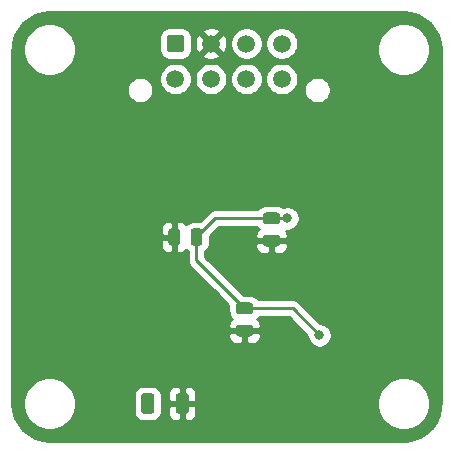
<source format=gbr>
G04 #@! TF.GenerationSoftware,KiCad,Pcbnew,(5.1.6)-1*
G04 #@! TF.CreationDate,2021-06-24T15:15:02+10:00*
G04 #@! TF.ProjectId,BSPD,42535044-2e6b-4696-9361-645f70636258,rev?*
G04 #@! TF.SameCoordinates,Original*
G04 #@! TF.FileFunction,Copper,L2,Bot*
G04 #@! TF.FilePolarity,Positive*
%FSLAX46Y46*%
G04 Gerber Fmt 4.6, Leading zero omitted, Abs format (unit mm)*
G04 Created by KiCad (PCBNEW (5.1.6)-1) date 2021-06-24 15:15:02*
%MOMM*%
%LPD*%
G01*
G04 APERTURE LIST*
G04 #@! TA.AperFunction,ComponentPad*
%ADD10C,1.500000*%
G04 #@! TD*
G04 #@! TA.AperFunction,ViaPad*
%ADD11C,0.800000*%
G04 #@! TD*
G04 #@! TA.AperFunction,Conductor*
%ADD12C,0.250000*%
G04 #@! TD*
G04 #@! TA.AperFunction,Conductor*
%ADD13C,0.254000*%
G04 #@! TD*
G04 APERTURE END LIST*
G04 #@! TA.AperFunction,SMDPad,CuDef*
G36*
G01*
X103919000Y-118946000D02*
X104869000Y-118946000D01*
G75*
G02*
X105119000Y-119196000I0J-250000D01*
G01*
X105119000Y-119696000D01*
G75*
G02*
X104869000Y-119946000I-250000J0D01*
G01*
X103919000Y-119946000D01*
G75*
G02*
X103669000Y-119696000I0J250000D01*
G01*
X103669000Y-119196000D01*
G75*
G02*
X103919000Y-118946000I250000J0D01*
G01*
G37*
G04 #@! TD.AperFunction*
G04 #@! TA.AperFunction,SMDPad,CuDef*
G36*
G01*
X103919000Y-120846000D02*
X104869000Y-120846000D01*
G75*
G02*
X105119000Y-121096000I0J-250000D01*
G01*
X105119000Y-121596000D01*
G75*
G02*
X104869000Y-121846000I-250000J0D01*
G01*
X103919000Y-121846000D01*
G75*
G02*
X103669000Y-121596000I0J250000D01*
G01*
X103669000Y-121096000D01*
G75*
G02*
X103919000Y-120846000I250000J0D01*
G01*
G37*
G04 #@! TD.AperFunction*
G04 #@! TA.AperFunction,SMDPad,CuDef*
G36*
G01*
X98544000Y-120556000D02*
X98544000Y-121506000D01*
G75*
G02*
X98294000Y-121756000I-250000J0D01*
G01*
X97794000Y-121756000D01*
G75*
G02*
X97544000Y-121506000I0J250000D01*
G01*
X97544000Y-120556000D01*
G75*
G02*
X97794000Y-120306000I250000J0D01*
G01*
X98294000Y-120306000D01*
G75*
G02*
X98544000Y-120556000I0J-250000D01*
G01*
G37*
G04 #@! TD.AperFunction*
G04 #@! TA.AperFunction,SMDPad,CuDef*
G36*
G01*
X96644000Y-120556000D02*
X96644000Y-121506000D01*
G75*
G02*
X96394000Y-121756000I-250000J0D01*
G01*
X95894000Y-121756000D01*
G75*
G02*
X95644000Y-121506000I0J250000D01*
G01*
X95644000Y-120556000D01*
G75*
G02*
X95894000Y-120306000I250000J0D01*
G01*
X96394000Y-120306000D01*
G75*
G02*
X96644000Y-120556000I0J-250000D01*
G01*
G37*
G04 #@! TD.AperFunction*
G04 #@! TA.AperFunction,SMDPad,CuDef*
G36*
G01*
X101633000Y-128466000D02*
X102583000Y-128466000D01*
G75*
G02*
X102833000Y-128716000I0J-250000D01*
G01*
X102833000Y-129216000D01*
G75*
G02*
X102583000Y-129466000I-250000J0D01*
G01*
X101633000Y-129466000D01*
G75*
G02*
X101383000Y-129216000I0J250000D01*
G01*
X101383000Y-128716000D01*
G75*
G02*
X101633000Y-128466000I250000J0D01*
G01*
G37*
G04 #@! TD.AperFunction*
G04 #@! TA.AperFunction,SMDPad,CuDef*
G36*
G01*
X101633000Y-126566000D02*
X102583000Y-126566000D01*
G75*
G02*
X102833000Y-126816000I0J-250000D01*
G01*
X102833000Y-127316000D01*
G75*
G02*
X102583000Y-127566000I-250000J0D01*
G01*
X101633000Y-127566000D01*
G75*
G02*
X101383000Y-127316000I0J250000D01*
G01*
X101383000Y-126816000D01*
G75*
G02*
X101633000Y-126566000I250000J0D01*
G01*
G37*
G04 #@! TD.AperFunction*
G04 #@! TA.AperFunction,ComponentPad*
G36*
G01*
X95516000Y-105148000D02*
X95516000Y-104148000D01*
G75*
G02*
X95766000Y-103898000I250000J0D01*
G01*
X96766000Y-103898000D01*
G75*
G02*
X97016000Y-104148000I0J-250000D01*
G01*
X97016000Y-105148000D01*
G75*
G02*
X96766000Y-105398000I-250000J0D01*
G01*
X95766000Y-105398000D01*
G75*
G02*
X95516000Y-105148000I0J250000D01*
G01*
G37*
G04 #@! TD.AperFunction*
D10*
X99266000Y-104648000D03*
X102266000Y-104648000D03*
X105266000Y-104648000D03*
X96266000Y-107648000D03*
X99266000Y-107648000D03*
X102266000Y-107648000D03*
X105266000Y-107648000D03*
G04 #@! TA.AperFunction,SMDPad,CuDef*
G36*
G01*
X96277000Y-135753001D02*
X96277000Y-134502999D01*
G75*
G02*
X96526999Y-134253000I249999J0D01*
G01*
X97152001Y-134253000D01*
G75*
G02*
X97402000Y-134502999I0J-249999D01*
G01*
X97402000Y-135753001D01*
G75*
G02*
X97152001Y-136003000I-249999J0D01*
G01*
X96526999Y-136003000D01*
G75*
G02*
X96277000Y-135753001I0J249999D01*
G01*
G37*
G04 #@! TD.AperFunction*
G04 #@! TA.AperFunction,SMDPad,CuDef*
G36*
G01*
X93352000Y-135753001D02*
X93352000Y-134502999D01*
G75*
G02*
X93601999Y-134253000I249999J0D01*
G01*
X94227001Y-134253000D01*
G75*
G02*
X94477000Y-134502999I0J-249999D01*
G01*
X94477000Y-135753001D01*
G75*
G02*
X94227001Y-136003000I-249999J0D01*
G01*
X93601999Y-136003000D01*
G75*
G02*
X93352000Y-135753001I0J249999D01*
G01*
G37*
G04 #@! TD.AperFunction*
D11*
X110998000Y-129413000D03*
X99224202Y-129876000D03*
X92964000Y-118491000D03*
X102108000Y-127066000D03*
X105744000Y-119446000D03*
X108458000Y-129351500D03*
X98044000Y-121031000D03*
X93914500Y-135128000D03*
D12*
X104394000Y-119446000D02*
X105744000Y-119446000D01*
X100265000Y-125223000D02*
X102108000Y-127066000D01*
X102108000Y-127066000D02*
X106172500Y-127066000D01*
X106172500Y-127066000D02*
X108458000Y-129351500D01*
X99629000Y-119446000D02*
X105744000Y-119446000D01*
X98044000Y-121031000D02*
X99629000Y-119446000D01*
X98044000Y-123002000D02*
X100265000Y-125223000D01*
X98044000Y-121031000D02*
X98044000Y-123002000D01*
D13*
G36*
X116181222Y-102069096D02*
G01*
X116769164Y-102246606D01*
X117311436Y-102534937D01*
X117787364Y-102923094D01*
X118178845Y-103396314D01*
X118470951Y-103936552D01*
X118652563Y-104523244D01*
X118719997Y-105164855D01*
X118710321Y-134847717D01*
X118692608Y-135517737D01*
X118557438Y-136116833D01*
X118308477Y-136678264D01*
X117955211Y-137180642D01*
X117511085Y-137604845D01*
X116993033Y-137934698D01*
X116420774Y-138157647D01*
X115796939Y-138268607D01*
X115557091Y-138278000D01*
X85630279Y-138278000D01*
X84986779Y-138214904D01*
X84398836Y-138037394D01*
X83856564Y-137749063D01*
X83380636Y-137360906D01*
X82989155Y-136887686D01*
X82697050Y-136347449D01*
X82515437Y-135760756D01*
X82448000Y-135119130D01*
X82448000Y-134935872D01*
X83363000Y-134935872D01*
X83363000Y-135376128D01*
X83448890Y-135807925D01*
X83617369Y-136214669D01*
X83861962Y-136580729D01*
X84173271Y-136892038D01*
X84539331Y-137136631D01*
X84946075Y-137305110D01*
X85377872Y-137391000D01*
X85818128Y-137391000D01*
X86249925Y-137305110D01*
X86656669Y-137136631D01*
X87022729Y-136892038D01*
X87334038Y-136580729D01*
X87578631Y-136214669D01*
X87747110Y-135807925D01*
X87833000Y-135376128D01*
X87833000Y-134935872D01*
X87747110Y-134504075D01*
X87746665Y-134502999D01*
X92713928Y-134502999D01*
X92713928Y-135753001D01*
X92730992Y-135926255D01*
X92781528Y-136092851D01*
X92863595Y-136246387D01*
X92974038Y-136380962D01*
X93108613Y-136491405D01*
X93262149Y-136573472D01*
X93428745Y-136624008D01*
X93601999Y-136641072D01*
X94227001Y-136641072D01*
X94400255Y-136624008D01*
X94566851Y-136573472D01*
X94720387Y-136491405D01*
X94854962Y-136380962D01*
X94965405Y-136246387D01*
X95047472Y-136092851D01*
X95074727Y-136003000D01*
X95638928Y-136003000D01*
X95651188Y-136127482D01*
X95687498Y-136247180D01*
X95746463Y-136357494D01*
X95825815Y-136454185D01*
X95922506Y-136533537D01*
X96032820Y-136592502D01*
X96152518Y-136628812D01*
X96277000Y-136641072D01*
X96553750Y-136638000D01*
X96712500Y-136479250D01*
X96712500Y-135255000D01*
X96966500Y-135255000D01*
X96966500Y-136479250D01*
X97125250Y-136638000D01*
X97402000Y-136641072D01*
X97526482Y-136628812D01*
X97646180Y-136592502D01*
X97756494Y-136533537D01*
X97853185Y-136454185D01*
X97932537Y-136357494D01*
X97991502Y-136247180D01*
X98027812Y-136127482D01*
X98040072Y-136003000D01*
X98037000Y-135413750D01*
X97878250Y-135255000D01*
X96966500Y-135255000D01*
X96712500Y-135255000D01*
X95800750Y-135255000D01*
X95642000Y-135413750D01*
X95638928Y-136003000D01*
X95074727Y-136003000D01*
X95098008Y-135926255D01*
X95115072Y-135753001D01*
X95115072Y-134502999D01*
X95098008Y-134329745D01*
X95074728Y-134253000D01*
X95638928Y-134253000D01*
X95642000Y-134842250D01*
X95800750Y-135001000D01*
X96712500Y-135001000D01*
X96712500Y-133776750D01*
X96966500Y-133776750D01*
X96966500Y-135001000D01*
X97878250Y-135001000D01*
X97943378Y-134935872D01*
X113363000Y-134935872D01*
X113363000Y-135376128D01*
X113448890Y-135807925D01*
X113617369Y-136214669D01*
X113861962Y-136580729D01*
X114173271Y-136892038D01*
X114539331Y-137136631D01*
X114946075Y-137305110D01*
X115377872Y-137391000D01*
X115818128Y-137391000D01*
X116249925Y-137305110D01*
X116656669Y-137136631D01*
X117022729Y-136892038D01*
X117334038Y-136580729D01*
X117578631Y-136214669D01*
X117747110Y-135807925D01*
X117833000Y-135376128D01*
X117833000Y-134935872D01*
X117747110Y-134504075D01*
X117578631Y-134097331D01*
X117334038Y-133731271D01*
X117022729Y-133419962D01*
X116656669Y-133175369D01*
X116249925Y-133006890D01*
X115818128Y-132921000D01*
X115377872Y-132921000D01*
X114946075Y-133006890D01*
X114539331Y-133175369D01*
X114173271Y-133419962D01*
X113861962Y-133731271D01*
X113617369Y-134097331D01*
X113448890Y-134504075D01*
X113363000Y-134935872D01*
X97943378Y-134935872D01*
X98037000Y-134842250D01*
X98040072Y-134253000D01*
X98027812Y-134128518D01*
X97991502Y-134008820D01*
X97932537Y-133898506D01*
X97853185Y-133801815D01*
X97756494Y-133722463D01*
X97646180Y-133663498D01*
X97526482Y-133627188D01*
X97402000Y-133614928D01*
X97125250Y-133618000D01*
X96966500Y-133776750D01*
X96712500Y-133776750D01*
X96553750Y-133618000D01*
X96277000Y-133614928D01*
X96152518Y-133627188D01*
X96032820Y-133663498D01*
X95922506Y-133722463D01*
X95825815Y-133801815D01*
X95746463Y-133898506D01*
X95687498Y-134008820D01*
X95651188Y-134128518D01*
X95638928Y-134253000D01*
X95074728Y-134253000D01*
X95047472Y-134163149D01*
X94965405Y-134009613D01*
X94854962Y-133875038D01*
X94720387Y-133764595D01*
X94566851Y-133682528D01*
X94400255Y-133631992D01*
X94227001Y-133614928D01*
X93601999Y-133614928D01*
X93428745Y-133631992D01*
X93262149Y-133682528D01*
X93108613Y-133764595D01*
X92974038Y-133875038D01*
X92863595Y-134009613D01*
X92781528Y-134163149D01*
X92730992Y-134329745D01*
X92713928Y-134502999D01*
X87746665Y-134502999D01*
X87578631Y-134097331D01*
X87334038Y-133731271D01*
X87022729Y-133419962D01*
X86656669Y-133175369D01*
X86249925Y-133006890D01*
X85818128Y-132921000D01*
X85377872Y-132921000D01*
X84946075Y-133006890D01*
X84539331Y-133175369D01*
X84173271Y-133419962D01*
X83861962Y-133731271D01*
X83617369Y-134097331D01*
X83448890Y-134504075D01*
X83363000Y-134935872D01*
X82448000Y-134935872D01*
X82448000Y-129466000D01*
X100744928Y-129466000D01*
X100757188Y-129590482D01*
X100793498Y-129710180D01*
X100852463Y-129820494D01*
X100931815Y-129917185D01*
X101028506Y-129996537D01*
X101138820Y-130055502D01*
X101258518Y-130091812D01*
X101383000Y-130104072D01*
X101822250Y-130101000D01*
X101981000Y-129942250D01*
X101981000Y-129093000D01*
X102235000Y-129093000D01*
X102235000Y-129942250D01*
X102393750Y-130101000D01*
X102833000Y-130104072D01*
X102957482Y-130091812D01*
X103077180Y-130055502D01*
X103187494Y-129996537D01*
X103284185Y-129917185D01*
X103363537Y-129820494D01*
X103422502Y-129710180D01*
X103458812Y-129590482D01*
X103471072Y-129466000D01*
X103468000Y-129251750D01*
X103309250Y-129093000D01*
X102235000Y-129093000D01*
X101981000Y-129093000D01*
X100906750Y-129093000D01*
X100748000Y-129251750D01*
X100744928Y-129466000D01*
X82448000Y-129466000D01*
X82448000Y-121756000D01*
X95005928Y-121756000D01*
X95018188Y-121880482D01*
X95054498Y-122000180D01*
X95113463Y-122110494D01*
X95192815Y-122207185D01*
X95289506Y-122286537D01*
X95399820Y-122345502D01*
X95519518Y-122381812D01*
X95644000Y-122394072D01*
X95858250Y-122391000D01*
X96017000Y-122232250D01*
X96017000Y-121158000D01*
X95167750Y-121158000D01*
X95009000Y-121316750D01*
X95005928Y-121756000D01*
X82448000Y-121756000D01*
X82448000Y-120306000D01*
X95005928Y-120306000D01*
X95009000Y-120745250D01*
X95167750Y-120904000D01*
X96017000Y-120904000D01*
X96017000Y-119829750D01*
X96271000Y-119829750D01*
X96271000Y-120904000D01*
X96291000Y-120904000D01*
X96291000Y-121158000D01*
X96271000Y-121158000D01*
X96271000Y-122232250D01*
X96429750Y-122391000D01*
X96644000Y-122394072D01*
X96768482Y-122381812D01*
X96888180Y-122345502D01*
X96998494Y-122286537D01*
X97095185Y-122207185D01*
X97160658Y-122127406D01*
X97166038Y-122133962D01*
X97284001Y-122230771D01*
X97284001Y-122964668D01*
X97280324Y-123002000D01*
X97294998Y-123150985D01*
X97338454Y-123294246D01*
X97409026Y-123426276D01*
X97480201Y-123513002D01*
X97504000Y-123542001D01*
X97532998Y-123565799D01*
X99753997Y-125786799D01*
X99754002Y-125786803D01*
X100748359Y-126781161D01*
X100744928Y-126816000D01*
X100744928Y-127316000D01*
X100761992Y-127489254D01*
X100812528Y-127655850D01*
X100894595Y-127809386D01*
X101005038Y-127943962D01*
X101011594Y-127949342D01*
X100931815Y-128014815D01*
X100852463Y-128111506D01*
X100793498Y-128221820D01*
X100757188Y-128341518D01*
X100744928Y-128466000D01*
X100748000Y-128680250D01*
X100906750Y-128839000D01*
X101981000Y-128839000D01*
X101981000Y-128819000D01*
X102235000Y-128819000D01*
X102235000Y-128839000D01*
X103309250Y-128839000D01*
X103468000Y-128680250D01*
X103471072Y-128466000D01*
X103458812Y-128341518D01*
X103422502Y-128221820D01*
X103363537Y-128111506D01*
X103284185Y-128014815D01*
X103204406Y-127949342D01*
X103210962Y-127943962D01*
X103307770Y-127826000D01*
X105857699Y-127826000D01*
X107423000Y-129391302D01*
X107423000Y-129453439D01*
X107462774Y-129653398D01*
X107540795Y-129841756D01*
X107654063Y-130011274D01*
X107798226Y-130155437D01*
X107967744Y-130268705D01*
X108156102Y-130346726D01*
X108356061Y-130386500D01*
X108559939Y-130386500D01*
X108759898Y-130346726D01*
X108948256Y-130268705D01*
X109117774Y-130155437D01*
X109261937Y-130011274D01*
X109375205Y-129841756D01*
X109453226Y-129653398D01*
X109493000Y-129453439D01*
X109493000Y-129249561D01*
X109453226Y-129049602D01*
X109375205Y-128861244D01*
X109261937Y-128691726D01*
X109117774Y-128547563D01*
X108948256Y-128434295D01*
X108759898Y-128356274D01*
X108559939Y-128316500D01*
X108497802Y-128316500D01*
X106736304Y-126555003D01*
X106712501Y-126525999D01*
X106596776Y-126431026D01*
X106464747Y-126360454D01*
X106321486Y-126316997D01*
X106209833Y-126306000D01*
X106209822Y-126306000D01*
X106172500Y-126302324D01*
X106135178Y-126306000D01*
X103307770Y-126306000D01*
X103210962Y-126188038D01*
X103076386Y-126077595D01*
X102922850Y-125995528D01*
X102756254Y-125944992D01*
X102583000Y-125927928D01*
X102044730Y-125927928D01*
X100828803Y-124712002D01*
X100828799Y-124711997D01*
X98804000Y-122687199D01*
X98804000Y-122230770D01*
X98921962Y-122133962D01*
X99032405Y-121999386D01*
X99114391Y-121846000D01*
X103030928Y-121846000D01*
X103043188Y-121970482D01*
X103079498Y-122090180D01*
X103138463Y-122200494D01*
X103217815Y-122297185D01*
X103314506Y-122376537D01*
X103424820Y-122435502D01*
X103544518Y-122471812D01*
X103669000Y-122484072D01*
X104108250Y-122481000D01*
X104267000Y-122322250D01*
X104267000Y-121473000D01*
X104521000Y-121473000D01*
X104521000Y-122322250D01*
X104679750Y-122481000D01*
X105119000Y-122484072D01*
X105243482Y-122471812D01*
X105363180Y-122435502D01*
X105473494Y-122376537D01*
X105570185Y-122297185D01*
X105649537Y-122200494D01*
X105708502Y-122090180D01*
X105744812Y-121970482D01*
X105757072Y-121846000D01*
X105754000Y-121631750D01*
X105595250Y-121473000D01*
X104521000Y-121473000D01*
X104267000Y-121473000D01*
X103192750Y-121473000D01*
X103034000Y-121631750D01*
X103030928Y-121846000D01*
X99114391Y-121846000D01*
X99114472Y-121845850D01*
X99165008Y-121679254D01*
X99182072Y-121506000D01*
X99182072Y-120967730D01*
X99943803Y-120206000D01*
X103194230Y-120206000D01*
X103291038Y-120323962D01*
X103297594Y-120329342D01*
X103217815Y-120394815D01*
X103138463Y-120491506D01*
X103079498Y-120601820D01*
X103043188Y-120721518D01*
X103030928Y-120846000D01*
X103034000Y-121060250D01*
X103192750Y-121219000D01*
X104267000Y-121219000D01*
X104267000Y-121199000D01*
X104521000Y-121199000D01*
X104521000Y-121219000D01*
X105595250Y-121219000D01*
X105754000Y-121060250D01*
X105757072Y-120846000D01*
X105744812Y-120721518D01*
X105708502Y-120601820D01*
X105649537Y-120491506D01*
X105640691Y-120480728D01*
X105642061Y-120481000D01*
X105845939Y-120481000D01*
X106045898Y-120441226D01*
X106234256Y-120363205D01*
X106403774Y-120249937D01*
X106547937Y-120105774D01*
X106661205Y-119936256D01*
X106739226Y-119747898D01*
X106779000Y-119547939D01*
X106779000Y-119344061D01*
X106739226Y-119144102D01*
X106661205Y-118955744D01*
X106547937Y-118786226D01*
X106403774Y-118642063D01*
X106234256Y-118528795D01*
X106045898Y-118450774D01*
X105845939Y-118411000D01*
X105642061Y-118411000D01*
X105442102Y-118450774D01*
X105383601Y-118475006D01*
X105362386Y-118457595D01*
X105208850Y-118375528D01*
X105042254Y-118324992D01*
X104869000Y-118307928D01*
X103919000Y-118307928D01*
X103745746Y-118324992D01*
X103579150Y-118375528D01*
X103425614Y-118457595D01*
X103291038Y-118568038D01*
X103194230Y-118686000D01*
X99666322Y-118686000D01*
X99628999Y-118682324D01*
X99591676Y-118686000D01*
X99591667Y-118686000D01*
X99480014Y-118696997D01*
X99336753Y-118740454D01*
X99204724Y-118811026D01*
X99204722Y-118811027D01*
X99204723Y-118811027D01*
X99117996Y-118882201D01*
X99117992Y-118882205D01*
X99088999Y-118905999D01*
X99065205Y-118934992D01*
X98328839Y-119671359D01*
X98294000Y-119667928D01*
X97794000Y-119667928D01*
X97620746Y-119684992D01*
X97454150Y-119735528D01*
X97300614Y-119817595D01*
X97166038Y-119928038D01*
X97160658Y-119934594D01*
X97095185Y-119854815D01*
X96998494Y-119775463D01*
X96888180Y-119716498D01*
X96768482Y-119680188D01*
X96644000Y-119667928D01*
X96429750Y-119671000D01*
X96271000Y-119829750D01*
X96017000Y-119829750D01*
X95858250Y-119671000D01*
X95644000Y-119667928D01*
X95519518Y-119680188D01*
X95399820Y-119716498D01*
X95289506Y-119775463D01*
X95192815Y-119854815D01*
X95113463Y-119951506D01*
X95054498Y-120061820D01*
X95018188Y-120181518D01*
X95005928Y-120306000D01*
X82448000Y-120306000D01*
X82448000Y-108476212D01*
X92131000Y-108476212D01*
X92131000Y-108699788D01*
X92174617Y-108919067D01*
X92260176Y-109125624D01*
X92384388Y-109311520D01*
X92542480Y-109469612D01*
X92728376Y-109593824D01*
X92934933Y-109679383D01*
X93154212Y-109723000D01*
X93377788Y-109723000D01*
X93597067Y-109679383D01*
X93803624Y-109593824D01*
X93989520Y-109469612D01*
X94147612Y-109311520D01*
X94271824Y-109125624D01*
X94357383Y-108919067D01*
X94401000Y-108699788D01*
X94401000Y-108476212D01*
X94357383Y-108256933D01*
X94271824Y-108050376D01*
X94147612Y-107864480D01*
X93989520Y-107706388D01*
X93803624Y-107582176D01*
X93633213Y-107511589D01*
X94881000Y-107511589D01*
X94881000Y-107784411D01*
X94934225Y-108051989D01*
X95038629Y-108304043D01*
X95190201Y-108530886D01*
X95383114Y-108723799D01*
X95609957Y-108875371D01*
X95862011Y-108979775D01*
X96129589Y-109033000D01*
X96402411Y-109033000D01*
X96669989Y-108979775D01*
X96922043Y-108875371D01*
X97148886Y-108723799D01*
X97341799Y-108530886D01*
X97493371Y-108304043D01*
X97597775Y-108051989D01*
X97651000Y-107784411D01*
X97651000Y-107511589D01*
X97881000Y-107511589D01*
X97881000Y-107784411D01*
X97934225Y-108051989D01*
X98038629Y-108304043D01*
X98190201Y-108530886D01*
X98383114Y-108723799D01*
X98609957Y-108875371D01*
X98862011Y-108979775D01*
X99129589Y-109033000D01*
X99402411Y-109033000D01*
X99669989Y-108979775D01*
X99922043Y-108875371D01*
X100148886Y-108723799D01*
X100341799Y-108530886D01*
X100493371Y-108304043D01*
X100597775Y-108051989D01*
X100651000Y-107784411D01*
X100651000Y-107511589D01*
X100881000Y-107511589D01*
X100881000Y-107784411D01*
X100934225Y-108051989D01*
X101038629Y-108304043D01*
X101190201Y-108530886D01*
X101383114Y-108723799D01*
X101609957Y-108875371D01*
X101862011Y-108979775D01*
X102129589Y-109033000D01*
X102402411Y-109033000D01*
X102669989Y-108979775D01*
X102922043Y-108875371D01*
X103148886Y-108723799D01*
X103341799Y-108530886D01*
X103493371Y-108304043D01*
X103597775Y-108051989D01*
X103651000Y-107784411D01*
X103651000Y-107511589D01*
X103881000Y-107511589D01*
X103881000Y-107784411D01*
X103934225Y-108051989D01*
X104038629Y-108304043D01*
X104190201Y-108530886D01*
X104383114Y-108723799D01*
X104609957Y-108875371D01*
X104862011Y-108979775D01*
X105129589Y-109033000D01*
X105402411Y-109033000D01*
X105669989Y-108979775D01*
X105922043Y-108875371D01*
X106148886Y-108723799D01*
X106341799Y-108530886D01*
X106378331Y-108476212D01*
X107131000Y-108476212D01*
X107131000Y-108699788D01*
X107174617Y-108919067D01*
X107260176Y-109125624D01*
X107384388Y-109311520D01*
X107542480Y-109469612D01*
X107728376Y-109593824D01*
X107934933Y-109679383D01*
X108154212Y-109723000D01*
X108377788Y-109723000D01*
X108597067Y-109679383D01*
X108803624Y-109593824D01*
X108989520Y-109469612D01*
X109147612Y-109311520D01*
X109271824Y-109125624D01*
X109357383Y-108919067D01*
X109401000Y-108699788D01*
X109401000Y-108476212D01*
X109357383Y-108256933D01*
X109271824Y-108050376D01*
X109147612Y-107864480D01*
X108989520Y-107706388D01*
X108803624Y-107582176D01*
X108597067Y-107496617D01*
X108377788Y-107453000D01*
X108154212Y-107453000D01*
X107934933Y-107496617D01*
X107728376Y-107582176D01*
X107542480Y-107706388D01*
X107384388Y-107864480D01*
X107260176Y-108050376D01*
X107174617Y-108256933D01*
X107131000Y-108476212D01*
X106378331Y-108476212D01*
X106493371Y-108304043D01*
X106597775Y-108051989D01*
X106651000Y-107784411D01*
X106651000Y-107511589D01*
X106597775Y-107244011D01*
X106493371Y-106991957D01*
X106341799Y-106765114D01*
X106148886Y-106572201D01*
X105922043Y-106420629D01*
X105669989Y-106316225D01*
X105402411Y-106263000D01*
X105129589Y-106263000D01*
X104862011Y-106316225D01*
X104609957Y-106420629D01*
X104383114Y-106572201D01*
X104190201Y-106765114D01*
X104038629Y-106991957D01*
X103934225Y-107244011D01*
X103881000Y-107511589D01*
X103651000Y-107511589D01*
X103597775Y-107244011D01*
X103493371Y-106991957D01*
X103341799Y-106765114D01*
X103148886Y-106572201D01*
X102922043Y-106420629D01*
X102669989Y-106316225D01*
X102402411Y-106263000D01*
X102129589Y-106263000D01*
X101862011Y-106316225D01*
X101609957Y-106420629D01*
X101383114Y-106572201D01*
X101190201Y-106765114D01*
X101038629Y-106991957D01*
X100934225Y-107244011D01*
X100881000Y-107511589D01*
X100651000Y-107511589D01*
X100597775Y-107244011D01*
X100493371Y-106991957D01*
X100341799Y-106765114D01*
X100148886Y-106572201D01*
X99922043Y-106420629D01*
X99669989Y-106316225D01*
X99402411Y-106263000D01*
X99129589Y-106263000D01*
X98862011Y-106316225D01*
X98609957Y-106420629D01*
X98383114Y-106572201D01*
X98190201Y-106765114D01*
X98038629Y-106991957D01*
X97934225Y-107244011D01*
X97881000Y-107511589D01*
X97651000Y-107511589D01*
X97597775Y-107244011D01*
X97493371Y-106991957D01*
X97341799Y-106765114D01*
X97148886Y-106572201D01*
X96922043Y-106420629D01*
X96669989Y-106316225D01*
X96402411Y-106263000D01*
X96129589Y-106263000D01*
X95862011Y-106316225D01*
X95609957Y-106420629D01*
X95383114Y-106572201D01*
X95190201Y-106765114D01*
X95038629Y-106991957D01*
X94934225Y-107244011D01*
X94881000Y-107511589D01*
X93633213Y-107511589D01*
X93597067Y-107496617D01*
X93377788Y-107453000D01*
X93154212Y-107453000D01*
X92934933Y-107496617D01*
X92728376Y-107582176D01*
X92542480Y-107706388D01*
X92384388Y-107864480D01*
X92260176Y-108050376D01*
X92174617Y-108256933D01*
X92131000Y-108476212D01*
X82448000Y-108476212D01*
X82448000Y-105188279D01*
X82472748Y-104935872D01*
X83363000Y-104935872D01*
X83363000Y-105376128D01*
X83448890Y-105807925D01*
X83617369Y-106214669D01*
X83861962Y-106580729D01*
X84173271Y-106892038D01*
X84539331Y-107136631D01*
X84946075Y-107305110D01*
X85377872Y-107391000D01*
X85818128Y-107391000D01*
X86249925Y-107305110D01*
X86656669Y-107136631D01*
X87022729Y-106892038D01*
X87334038Y-106580729D01*
X87578631Y-106214669D01*
X87747110Y-105807925D01*
X87833000Y-105376128D01*
X87833000Y-104935872D01*
X87747110Y-104504075D01*
X87599619Y-104148000D01*
X94877928Y-104148000D01*
X94877928Y-105148000D01*
X94894992Y-105321254D01*
X94945528Y-105487850D01*
X95027595Y-105641386D01*
X95138038Y-105775962D01*
X95272614Y-105886405D01*
X95426150Y-105968472D01*
X95592746Y-106019008D01*
X95766000Y-106036072D01*
X96766000Y-106036072D01*
X96939254Y-106019008D01*
X97105850Y-105968472D01*
X97259386Y-105886405D01*
X97393962Y-105775962D01*
X97504405Y-105641386D01*
X97523857Y-105604993D01*
X98488612Y-105604993D01*
X98554137Y-105843860D01*
X98801116Y-105959760D01*
X99065960Y-106025250D01*
X99338492Y-106037812D01*
X99608238Y-105996965D01*
X99864832Y-105904277D01*
X99977863Y-105843860D01*
X100043388Y-105604993D01*
X99266000Y-104827605D01*
X98488612Y-105604993D01*
X97523857Y-105604993D01*
X97586472Y-105487850D01*
X97637008Y-105321254D01*
X97654072Y-105148000D01*
X97654072Y-104720492D01*
X97876188Y-104720492D01*
X97917035Y-104990238D01*
X98009723Y-105246832D01*
X98070140Y-105359863D01*
X98309007Y-105425388D01*
X99086395Y-104648000D01*
X99445605Y-104648000D01*
X100222993Y-105425388D01*
X100461860Y-105359863D01*
X100577760Y-105112884D01*
X100643250Y-104848040D01*
X100655812Y-104575508D01*
X100646133Y-104511589D01*
X100881000Y-104511589D01*
X100881000Y-104784411D01*
X100934225Y-105051989D01*
X101038629Y-105304043D01*
X101190201Y-105530886D01*
X101383114Y-105723799D01*
X101609957Y-105875371D01*
X101862011Y-105979775D01*
X102129589Y-106033000D01*
X102402411Y-106033000D01*
X102669989Y-105979775D01*
X102922043Y-105875371D01*
X103148886Y-105723799D01*
X103341799Y-105530886D01*
X103493371Y-105304043D01*
X103597775Y-105051989D01*
X103651000Y-104784411D01*
X103651000Y-104511589D01*
X103881000Y-104511589D01*
X103881000Y-104784411D01*
X103934225Y-105051989D01*
X104038629Y-105304043D01*
X104190201Y-105530886D01*
X104383114Y-105723799D01*
X104609957Y-105875371D01*
X104862011Y-105979775D01*
X105129589Y-106033000D01*
X105402411Y-106033000D01*
X105669989Y-105979775D01*
X105922043Y-105875371D01*
X106148886Y-105723799D01*
X106341799Y-105530886D01*
X106493371Y-105304043D01*
X106597775Y-105051989D01*
X106620872Y-104935872D01*
X113363000Y-104935872D01*
X113363000Y-105376128D01*
X113448890Y-105807925D01*
X113617369Y-106214669D01*
X113861962Y-106580729D01*
X114173271Y-106892038D01*
X114539331Y-107136631D01*
X114946075Y-107305110D01*
X115377872Y-107391000D01*
X115818128Y-107391000D01*
X116249925Y-107305110D01*
X116656669Y-107136631D01*
X117022729Y-106892038D01*
X117334038Y-106580729D01*
X117578631Y-106214669D01*
X117747110Y-105807925D01*
X117833000Y-105376128D01*
X117833000Y-104935872D01*
X117747110Y-104504075D01*
X117578631Y-104097331D01*
X117334038Y-103731271D01*
X117022729Y-103419962D01*
X116656669Y-103175369D01*
X116249925Y-103006890D01*
X115818128Y-102921000D01*
X115377872Y-102921000D01*
X114946075Y-103006890D01*
X114539331Y-103175369D01*
X114173271Y-103419962D01*
X113861962Y-103731271D01*
X113617369Y-104097331D01*
X113448890Y-104504075D01*
X113363000Y-104935872D01*
X106620872Y-104935872D01*
X106651000Y-104784411D01*
X106651000Y-104511589D01*
X106597775Y-104244011D01*
X106493371Y-103991957D01*
X106341799Y-103765114D01*
X106148886Y-103572201D01*
X105922043Y-103420629D01*
X105669989Y-103316225D01*
X105402411Y-103263000D01*
X105129589Y-103263000D01*
X104862011Y-103316225D01*
X104609957Y-103420629D01*
X104383114Y-103572201D01*
X104190201Y-103765114D01*
X104038629Y-103991957D01*
X103934225Y-104244011D01*
X103881000Y-104511589D01*
X103651000Y-104511589D01*
X103597775Y-104244011D01*
X103493371Y-103991957D01*
X103341799Y-103765114D01*
X103148886Y-103572201D01*
X102922043Y-103420629D01*
X102669989Y-103316225D01*
X102402411Y-103263000D01*
X102129589Y-103263000D01*
X101862011Y-103316225D01*
X101609957Y-103420629D01*
X101383114Y-103572201D01*
X101190201Y-103765114D01*
X101038629Y-103991957D01*
X100934225Y-104244011D01*
X100881000Y-104511589D01*
X100646133Y-104511589D01*
X100614965Y-104305762D01*
X100522277Y-104049168D01*
X100461860Y-103936137D01*
X100222993Y-103870612D01*
X99445605Y-104648000D01*
X99086395Y-104648000D01*
X98309007Y-103870612D01*
X98070140Y-103936137D01*
X97954240Y-104183116D01*
X97888750Y-104447960D01*
X97876188Y-104720492D01*
X97654072Y-104720492D01*
X97654072Y-104148000D01*
X97637008Y-103974746D01*
X97586472Y-103808150D01*
X97523858Y-103691007D01*
X98488612Y-103691007D01*
X99266000Y-104468395D01*
X100043388Y-103691007D01*
X99977863Y-103452140D01*
X99730884Y-103336240D01*
X99466040Y-103270750D01*
X99193508Y-103258188D01*
X98923762Y-103299035D01*
X98667168Y-103391723D01*
X98554137Y-103452140D01*
X98488612Y-103691007D01*
X97523858Y-103691007D01*
X97504405Y-103654614D01*
X97393962Y-103520038D01*
X97259386Y-103409595D01*
X97105850Y-103327528D01*
X96939254Y-103276992D01*
X96766000Y-103259928D01*
X95766000Y-103259928D01*
X95592746Y-103276992D01*
X95426150Y-103327528D01*
X95272614Y-103409595D01*
X95138038Y-103520038D01*
X95027595Y-103654614D01*
X94945528Y-103808150D01*
X94894992Y-103974746D01*
X94877928Y-104148000D01*
X87599619Y-104148000D01*
X87578631Y-104097331D01*
X87334038Y-103731271D01*
X87022729Y-103419962D01*
X86656669Y-103175369D01*
X86249925Y-103006890D01*
X85818128Y-102921000D01*
X85377872Y-102921000D01*
X84946075Y-103006890D01*
X84539331Y-103175369D01*
X84173271Y-103419962D01*
X83861962Y-103731271D01*
X83617369Y-104097331D01*
X83448890Y-104504075D01*
X83363000Y-104935872D01*
X82472748Y-104935872D01*
X82511096Y-104544778D01*
X82688606Y-103956836D01*
X82976937Y-103414564D01*
X83365094Y-102938636D01*
X83838314Y-102547155D01*
X84378552Y-102255049D01*
X84965244Y-102073437D01*
X85606879Y-102006000D01*
X115537721Y-102006000D01*
X116181222Y-102069096D01*
G37*
X116181222Y-102069096D02*
X116769164Y-102246606D01*
X117311436Y-102534937D01*
X117787364Y-102923094D01*
X118178845Y-103396314D01*
X118470951Y-103936552D01*
X118652563Y-104523244D01*
X118719997Y-105164855D01*
X118710321Y-134847717D01*
X118692608Y-135517737D01*
X118557438Y-136116833D01*
X118308477Y-136678264D01*
X117955211Y-137180642D01*
X117511085Y-137604845D01*
X116993033Y-137934698D01*
X116420774Y-138157647D01*
X115796939Y-138268607D01*
X115557091Y-138278000D01*
X85630279Y-138278000D01*
X84986779Y-138214904D01*
X84398836Y-138037394D01*
X83856564Y-137749063D01*
X83380636Y-137360906D01*
X82989155Y-136887686D01*
X82697050Y-136347449D01*
X82515437Y-135760756D01*
X82448000Y-135119130D01*
X82448000Y-134935872D01*
X83363000Y-134935872D01*
X83363000Y-135376128D01*
X83448890Y-135807925D01*
X83617369Y-136214669D01*
X83861962Y-136580729D01*
X84173271Y-136892038D01*
X84539331Y-137136631D01*
X84946075Y-137305110D01*
X85377872Y-137391000D01*
X85818128Y-137391000D01*
X86249925Y-137305110D01*
X86656669Y-137136631D01*
X87022729Y-136892038D01*
X87334038Y-136580729D01*
X87578631Y-136214669D01*
X87747110Y-135807925D01*
X87833000Y-135376128D01*
X87833000Y-134935872D01*
X87747110Y-134504075D01*
X87746665Y-134502999D01*
X92713928Y-134502999D01*
X92713928Y-135753001D01*
X92730992Y-135926255D01*
X92781528Y-136092851D01*
X92863595Y-136246387D01*
X92974038Y-136380962D01*
X93108613Y-136491405D01*
X93262149Y-136573472D01*
X93428745Y-136624008D01*
X93601999Y-136641072D01*
X94227001Y-136641072D01*
X94400255Y-136624008D01*
X94566851Y-136573472D01*
X94720387Y-136491405D01*
X94854962Y-136380962D01*
X94965405Y-136246387D01*
X95047472Y-136092851D01*
X95074727Y-136003000D01*
X95638928Y-136003000D01*
X95651188Y-136127482D01*
X95687498Y-136247180D01*
X95746463Y-136357494D01*
X95825815Y-136454185D01*
X95922506Y-136533537D01*
X96032820Y-136592502D01*
X96152518Y-136628812D01*
X96277000Y-136641072D01*
X96553750Y-136638000D01*
X96712500Y-136479250D01*
X96712500Y-135255000D01*
X96966500Y-135255000D01*
X96966500Y-136479250D01*
X97125250Y-136638000D01*
X97402000Y-136641072D01*
X97526482Y-136628812D01*
X97646180Y-136592502D01*
X97756494Y-136533537D01*
X97853185Y-136454185D01*
X97932537Y-136357494D01*
X97991502Y-136247180D01*
X98027812Y-136127482D01*
X98040072Y-136003000D01*
X98037000Y-135413750D01*
X97878250Y-135255000D01*
X96966500Y-135255000D01*
X96712500Y-135255000D01*
X95800750Y-135255000D01*
X95642000Y-135413750D01*
X95638928Y-136003000D01*
X95074727Y-136003000D01*
X95098008Y-135926255D01*
X95115072Y-135753001D01*
X95115072Y-134502999D01*
X95098008Y-134329745D01*
X95074728Y-134253000D01*
X95638928Y-134253000D01*
X95642000Y-134842250D01*
X95800750Y-135001000D01*
X96712500Y-135001000D01*
X96712500Y-133776750D01*
X96966500Y-133776750D01*
X96966500Y-135001000D01*
X97878250Y-135001000D01*
X97943378Y-134935872D01*
X113363000Y-134935872D01*
X113363000Y-135376128D01*
X113448890Y-135807925D01*
X113617369Y-136214669D01*
X113861962Y-136580729D01*
X114173271Y-136892038D01*
X114539331Y-137136631D01*
X114946075Y-137305110D01*
X115377872Y-137391000D01*
X115818128Y-137391000D01*
X116249925Y-137305110D01*
X116656669Y-137136631D01*
X117022729Y-136892038D01*
X117334038Y-136580729D01*
X117578631Y-136214669D01*
X117747110Y-135807925D01*
X117833000Y-135376128D01*
X117833000Y-134935872D01*
X117747110Y-134504075D01*
X117578631Y-134097331D01*
X117334038Y-133731271D01*
X117022729Y-133419962D01*
X116656669Y-133175369D01*
X116249925Y-133006890D01*
X115818128Y-132921000D01*
X115377872Y-132921000D01*
X114946075Y-133006890D01*
X114539331Y-133175369D01*
X114173271Y-133419962D01*
X113861962Y-133731271D01*
X113617369Y-134097331D01*
X113448890Y-134504075D01*
X113363000Y-134935872D01*
X97943378Y-134935872D01*
X98037000Y-134842250D01*
X98040072Y-134253000D01*
X98027812Y-134128518D01*
X97991502Y-134008820D01*
X97932537Y-133898506D01*
X97853185Y-133801815D01*
X97756494Y-133722463D01*
X97646180Y-133663498D01*
X97526482Y-133627188D01*
X97402000Y-133614928D01*
X97125250Y-133618000D01*
X96966500Y-133776750D01*
X96712500Y-133776750D01*
X96553750Y-133618000D01*
X96277000Y-133614928D01*
X96152518Y-133627188D01*
X96032820Y-133663498D01*
X95922506Y-133722463D01*
X95825815Y-133801815D01*
X95746463Y-133898506D01*
X95687498Y-134008820D01*
X95651188Y-134128518D01*
X95638928Y-134253000D01*
X95074728Y-134253000D01*
X95047472Y-134163149D01*
X94965405Y-134009613D01*
X94854962Y-133875038D01*
X94720387Y-133764595D01*
X94566851Y-133682528D01*
X94400255Y-133631992D01*
X94227001Y-133614928D01*
X93601999Y-133614928D01*
X93428745Y-133631992D01*
X93262149Y-133682528D01*
X93108613Y-133764595D01*
X92974038Y-133875038D01*
X92863595Y-134009613D01*
X92781528Y-134163149D01*
X92730992Y-134329745D01*
X92713928Y-134502999D01*
X87746665Y-134502999D01*
X87578631Y-134097331D01*
X87334038Y-133731271D01*
X87022729Y-133419962D01*
X86656669Y-133175369D01*
X86249925Y-133006890D01*
X85818128Y-132921000D01*
X85377872Y-132921000D01*
X84946075Y-133006890D01*
X84539331Y-133175369D01*
X84173271Y-133419962D01*
X83861962Y-133731271D01*
X83617369Y-134097331D01*
X83448890Y-134504075D01*
X83363000Y-134935872D01*
X82448000Y-134935872D01*
X82448000Y-129466000D01*
X100744928Y-129466000D01*
X100757188Y-129590482D01*
X100793498Y-129710180D01*
X100852463Y-129820494D01*
X100931815Y-129917185D01*
X101028506Y-129996537D01*
X101138820Y-130055502D01*
X101258518Y-130091812D01*
X101383000Y-130104072D01*
X101822250Y-130101000D01*
X101981000Y-129942250D01*
X101981000Y-129093000D01*
X102235000Y-129093000D01*
X102235000Y-129942250D01*
X102393750Y-130101000D01*
X102833000Y-130104072D01*
X102957482Y-130091812D01*
X103077180Y-130055502D01*
X103187494Y-129996537D01*
X103284185Y-129917185D01*
X103363537Y-129820494D01*
X103422502Y-129710180D01*
X103458812Y-129590482D01*
X103471072Y-129466000D01*
X103468000Y-129251750D01*
X103309250Y-129093000D01*
X102235000Y-129093000D01*
X101981000Y-129093000D01*
X100906750Y-129093000D01*
X100748000Y-129251750D01*
X100744928Y-129466000D01*
X82448000Y-129466000D01*
X82448000Y-121756000D01*
X95005928Y-121756000D01*
X95018188Y-121880482D01*
X95054498Y-122000180D01*
X95113463Y-122110494D01*
X95192815Y-122207185D01*
X95289506Y-122286537D01*
X95399820Y-122345502D01*
X95519518Y-122381812D01*
X95644000Y-122394072D01*
X95858250Y-122391000D01*
X96017000Y-122232250D01*
X96017000Y-121158000D01*
X95167750Y-121158000D01*
X95009000Y-121316750D01*
X95005928Y-121756000D01*
X82448000Y-121756000D01*
X82448000Y-120306000D01*
X95005928Y-120306000D01*
X95009000Y-120745250D01*
X95167750Y-120904000D01*
X96017000Y-120904000D01*
X96017000Y-119829750D01*
X96271000Y-119829750D01*
X96271000Y-120904000D01*
X96291000Y-120904000D01*
X96291000Y-121158000D01*
X96271000Y-121158000D01*
X96271000Y-122232250D01*
X96429750Y-122391000D01*
X96644000Y-122394072D01*
X96768482Y-122381812D01*
X96888180Y-122345502D01*
X96998494Y-122286537D01*
X97095185Y-122207185D01*
X97160658Y-122127406D01*
X97166038Y-122133962D01*
X97284001Y-122230771D01*
X97284001Y-122964668D01*
X97280324Y-123002000D01*
X97294998Y-123150985D01*
X97338454Y-123294246D01*
X97409026Y-123426276D01*
X97480201Y-123513002D01*
X97504000Y-123542001D01*
X97532998Y-123565799D01*
X99753997Y-125786799D01*
X99754002Y-125786803D01*
X100748359Y-126781161D01*
X100744928Y-126816000D01*
X100744928Y-127316000D01*
X100761992Y-127489254D01*
X100812528Y-127655850D01*
X100894595Y-127809386D01*
X101005038Y-127943962D01*
X101011594Y-127949342D01*
X100931815Y-128014815D01*
X100852463Y-128111506D01*
X100793498Y-128221820D01*
X100757188Y-128341518D01*
X100744928Y-128466000D01*
X100748000Y-128680250D01*
X100906750Y-128839000D01*
X101981000Y-128839000D01*
X101981000Y-128819000D01*
X102235000Y-128819000D01*
X102235000Y-128839000D01*
X103309250Y-128839000D01*
X103468000Y-128680250D01*
X103471072Y-128466000D01*
X103458812Y-128341518D01*
X103422502Y-128221820D01*
X103363537Y-128111506D01*
X103284185Y-128014815D01*
X103204406Y-127949342D01*
X103210962Y-127943962D01*
X103307770Y-127826000D01*
X105857699Y-127826000D01*
X107423000Y-129391302D01*
X107423000Y-129453439D01*
X107462774Y-129653398D01*
X107540795Y-129841756D01*
X107654063Y-130011274D01*
X107798226Y-130155437D01*
X107967744Y-130268705D01*
X108156102Y-130346726D01*
X108356061Y-130386500D01*
X108559939Y-130386500D01*
X108759898Y-130346726D01*
X108948256Y-130268705D01*
X109117774Y-130155437D01*
X109261937Y-130011274D01*
X109375205Y-129841756D01*
X109453226Y-129653398D01*
X109493000Y-129453439D01*
X109493000Y-129249561D01*
X109453226Y-129049602D01*
X109375205Y-128861244D01*
X109261937Y-128691726D01*
X109117774Y-128547563D01*
X108948256Y-128434295D01*
X108759898Y-128356274D01*
X108559939Y-128316500D01*
X108497802Y-128316500D01*
X106736304Y-126555003D01*
X106712501Y-126525999D01*
X106596776Y-126431026D01*
X106464747Y-126360454D01*
X106321486Y-126316997D01*
X106209833Y-126306000D01*
X106209822Y-126306000D01*
X106172500Y-126302324D01*
X106135178Y-126306000D01*
X103307770Y-126306000D01*
X103210962Y-126188038D01*
X103076386Y-126077595D01*
X102922850Y-125995528D01*
X102756254Y-125944992D01*
X102583000Y-125927928D01*
X102044730Y-125927928D01*
X100828803Y-124712002D01*
X100828799Y-124711997D01*
X98804000Y-122687199D01*
X98804000Y-122230770D01*
X98921962Y-122133962D01*
X99032405Y-121999386D01*
X99114391Y-121846000D01*
X103030928Y-121846000D01*
X103043188Y-121970482D01*
X103079498Y-122090180D01*
X103138463Y-122200494D01*
X103217815Y-122297185D01*
X103314506Y-122376537D01*
X103424820Y-122435502D01*
X103544518Y-122471812D01*
X103669000Y-122484072D01*
X104108250Y-122481000D01*
X104267000Y-122322250D01*
X104267000Y-121473000D01*
X104521000Y-121473000D01*
X104521000Y-122322250D01*
X104679750Y-122481000D01*
X105119000Y-122484072D01*
X105243482Y-122471812D01*
X105363180Y-122435502D01*
X105473494Y-122376537D01*
X105570185Y-122297185D01*
X105649537Y-122200494D01*
X105708502Y-122090180D01*
X105744812Y-121970482D01*
X105757072Y-121846000D01*
X105754000Y-121631750D01*
X105595250Y-121473000D01*
X104521000Y-121473000D01*
X104267000Y-121473000D01*
X103192750Y-121473000D01*
X103034000Y-121631750D01*
X103030928Y-121846000D01*
X99114391Y-121846000D01*
X99114472Y-121845850D01*
X99165008Y-121679254D01*
X99182072Y-121506000D01*
X99182072Y-120967730D01*
X99943803Y-120206000D01*
X103194230Y-120206000D01*
X103291038Y-120323962D01*
X103297594Y-120329342D01*
X103217815Y-120394815D01*
X103138463Y-120491506D01*
X103079498Y-120601820D01*
X103043188Y-120721518D01*
X103030928Y-120846000D01*
X103034000Y-121060250D01*
X103192750Y-121219000D01*
X104267000Y-121219000D01*
X104267000Y-121199000D01*
X104521000Y-121199000D01*
X104521000Y-121219000D01*
X105595250Y-121219000D01*
X105754000Y-121060250D01*
X105757072Y-120846000D01*
X105744812Y-120721518D01*
X105708502Y-120601820D01*
X105649537Y-120491506D01*
X105640691Y-120480728D01*
X105642061Y-120481000D01*
X105845939Y-120481000D01*
X106045898Y-120441226D01*
X106234256Y-120363205D01*
X106403774Y-120249937D01*
X106547937Y-120105774D01*
X106661205Y-119936256D01*
X106739226Y-119747898D01*
X106779000Y-119547939D01*
X106779000Y-119344061D01*
X106739226Y-119144102D01*
X106661205Y-118955744D01*
X106547937Y-118786226D01*
X106403774Y-118642063D01*
X106234256Y-118528795D01*
X106045898Y-118450774D01*
X105845939Y-118411000D01*
X105642061Y-118411000D01*
X105442102Y-118450774D01*
X105383601Y-118475006D01*
X105362386Y-118457595D01*
X105208850Y-118375528D01*
X105042254Y-118324992D01*
X104869000Y-118307928D01*
X103919000Y-118307928D01*
X103745746Y-118324992D01*
X103579150Y-118375528D01*
X103425614Y-118457595D01*
X103291038Y-118568038D01*
X103194230Y-118686000D01*
X99666322Y-118686000D01*
X99628999Y-118682324D01*
X99591676Y-118686000D01*
X99591667Y-118686000D01*
X99480014Y-118696997D01*
X99336753Y-118740454D01*
X99204724Y-118811026D01*
X99204722Y-118811027D01*
X99204723Y-118811027D01*
X99117996Y-118882201D01*
X99117992Y-118882205D01*
X99088999Y-118905999D01*
X99065205Y-118934992D01*
X98328839Y-119671359D01*
X98294000Y-119667928D01*
X97794000Y-119667928D01*
X97620746Y-119684992D01*
X97454150Y-119735528D01*
X97300614Y-119817595D01*
X97166038Y-119928038D01*
X97160658Y-119934594D01*
X97095185Y-119854815D01*
X96998494Y-119775463D01*
X96888180Y-119716498D01*
X96768482Y-119680188D01*
X96644000Y-119667928D01*
X96429750Y-119671000D01*
X96271000Y-119829750D01*
X96017000Y-119829750D01*
X95858250Y-119671000D01*
X95644000Y-119667928D01*
X95519518Y-119680188D01*
X95399820Y-119716498D01*
X95289506Y-119775463D01*
X95192815Y-119854815D01*
X95113463Y-119951506D01*
X95054498Y-120061820D01*
X95018188Y-120181518D01*
X95005928Y-120306000D01*
X82448000Y-120306000D01*
X82448000Y-108476212D01*
X92131000Y-108476212D01*
X92131000Y-108699788D01*
X92174617Y-108919067D01*
X92260176Y-109125624D01*
X92384388Y-109311520D01*
X92542480Y-109469612D01*
X92728376Y-109593824D01*
X92934933Y-109679383D01*
X93154212Y-109723000D01*
X93377788Y-109723000D01*
X93597067Y-109679383D01*
X93803624Y-109593824D01*
X93989520Y-109469612D01*
X94147612Y-109311520D01*
X94271824Y-109125624D01*
X94357383Y-108919067D01*
X94401000Y-108699788D01*
X94401000Y-108476212D01*
X94357383Y-108256933D01*
X94271824Y-108050376D01*
X94147612Y-107864480D01*
X93989520Y-107706388D01*
X93803624Y-107582176D01*
X93633213Y-107511589D01*
X94881000Y-107511589D01*
X94881000Y-107784411D01*
X94934225Y-108051989D01*
X95038629Y-108304043D01*
X95190201Y-108530886D01*
X95383114Y-108723799D01*
X95609957Y-108875371D01*
X95862011Y-108979775D01*
X96129589Y-109033000D01*
X96402411Y-109033000D01*
X96669989Y-108979775D01*
X96922043Y-108875371D01*
X97148886Y-108723799D01*
X97341799Y-108530886D01*
X97493371Y-108304043D01*
X97597775Y-108051989D01*
X97651000Y-107784411D01*
X97651000Y-107511589D01*
X97881000Y-107511589D01*
X97881000Y-107784411D01*
X97934225Y-108051989D01*
X98038629Y-108304043D01*
X98190201Y-108530886D01*
X98383114Y-108723799D01*
X98609957Y-108875371D01*
X98862011Y-108979775D01*
X99129589Y-109033000D01*
X99402411Y-109033000D01*
X99669989Y-108979775D01*
X99922043Y-108875371D01*
X100148886Y-108723799D01*
X100341799Y-108530886D01*
X100493371Y-108304043D01*
X100597775Y-108051989D01*
X100651000Y-107784411D01*
X100651000Y-107511589D01*
X100881000Y-107511589D01*
X100881000Y-107784411D01*
X100934225Y-108051989D01*
X101038629Y-108304043D01*
X101190201Y-108530886D01*
X101383114Y-108723799D01*
X101609957Y-108875371D01*
X101862011Y-108979775D01*
X102129589Y-109033000D01*
X102402411Y-109033000D01*
X102669989Y-108979775D01*
X102922043Y-108875371D01*
X103148886Y-108723799D01*
X103341799Y-108530886D01*
X103493371Y-108304043D01*
X103597775Y-108051989D01*
X103651000Y-107784411D01*
X103651000Y-107511589D01*
X103881000Y-107511589D01*
X103881000Y-107784411D01*
X103934225Y-108051989D01*
X104038629Y-108304043D01*
X104190201Y-108530886D01*
X104383114Y-108723799D01*
X104609957Y-108875371D01*
X104862011Y-108979775D01*
X105129589Y-109033000D01*
X105402411Y-109033000D01*
X105669989Y-108979775D01*
X105922043Y-108875371D01*
X106148886Y-108723799D01*
X106341799Y-108530886D01*
X106378331Y-108476212D01*
X107131000Y-108476212D01*
X107131000Y-108699788D01*
X107174617Y-108919067D01*
X107260176Y-109125624D01*
X107384388Y-109311520D01*
X107542480Y-109469612D01*
X107728376Y-109593824D01*
X107934933Y-109679383D01*
X108154212Y-109723000D01*
X108377788Y-109723000D01*
X108597067Y-109679383D01*
X108803624Y-109593824D01*
X108989520Y-109469612D01*
X109147612Y-109311520D01*
X109271824Y-109125624D01*
X109357383Y-108919067D01*
X109401000Y-108699788D01*
X109401000Y-108476212D01*
X109357383Y-108256933D01*
X109271824Y-108050376D01*
X109147612Y-107864480D01*
X108989520Y-107706388D01*
X108803624Y-107582176D01*
X108597067Y-107496617D01*
X108377788Y-107453000D01*
X108154212Y-107453000D01*
X107934933Y-107496617D01*
X107728376Y-107582176D01*
X107542480Y-107706388D01*
X107384388Y-107864480D01*
X107260176Y-108050376D01*
X107174617Y-108256933D01*
X107131000Y-108476212D01*
X106378331Y-108476212D01*
X106493371Y-108304043D01*
X106597775Y-108051989D01*
X106651000Y-107784411D01*
X106651000Y-107511589D01*
X106597775Y-107244011D01*
X106493371Y-106991957D01*
X106341799Y-106765114D01*
X106148886Y-106572201D01*
X105922043Y-106420629D01*
X105669989Y-106316225D01*
X105402411Y-106263000D01*
X105129589Y-106263000D01*
X104862011Y-106316225D01*
X104609957Y-106420629D01*
X104383114Y-106572201D01*
X104190201Y-106765114D01*
X104038629Y-106991957D01*
X103934225Y-107244011D01*
X103881000Y-107511589D01*
X103651000Y-107511589D01*
X103597775Y-107244011D01*
X103493371Y-106991957D01*
X103341799Y-106765114D01*
X103148886Y-106572201D01*
X102922043Y-106420629D01*
X102669989Y-106316225D01*
X102402411Y-106263000D01*
X102129589Y-106263000D01*
X101862011Y-106316225D01*
X101609957Y-106420629D01*
X101383114Y-106572201D01*
X101190201Y-106765114D01*
X101038629Y-106991957D01*
X100934225Y-107244011D01*
X100881000Y-107511589D01*
X100651000Y-107511589D01*
X100597775Y-107244011D01*
X100493371Y-106991957D01*
X100341799Y-106765114D01*
X100148886Y-106572201D01*
X99922043Y-106420629D01*
X99669989Y-106316225D01*
X99402411Y-106263000D01*
X99129589Y-106263000D01*
X98862011Y-106316225D01*
X98609957Y-106420629D01*
X98383114Y-106572201D01*
X98190201Y-106765114D01*
X98038629Y-106991957D01*
X97934225Y-107244011D01*
X97881000Y-107511589D01*
X97651000Y-107511589D01*
X97597775Y-107244011D01*
X97493371Y-106991957D01*
X97341799Y-106765114D01*
X97148886Y-106572201D01*
X96922043Y-106420629D01*
X96669989Y-106316225D01*
X96402411Y-106263000D01*
X96129589Y-106263000D01*
X95862011Y-106316225D01*
X95609957Y-106420629D01*
X95383114Y-106572201D01*
X95190201Y-106765114D01*
X95038629Y-106991957D01*
X94934225Y-107244011D01*
X94881000Y-107511589D01*
X93633213Y-107511589D01*
X93597067Y-107496617D01*
X93377788Y-107453000D01*
X93154212Y-107453000D01*
X92934933Y-107496617D01*
X92728376Y-107582176D01*
X92542480Y-107706388D01*
X92384388Y-107864480D01*
X92260176Y-108050376D01*
X92174617Y-108256933D01*
X92131000Y-108476212D01*
X82448000Y-108476212D01*
X82448000Y-105188279D01*
X82472748Y-104935872D01*
X83363000Y-104935872D01*
X83363000Y-105376128D01*
X83448890Y-105807925D01*
X83617369Y-106214669D01*
X83861962Y-106580729D01*
X84173271Y-106892038D01*
X84539331Y-107136631D01*
X84946075Y-107305110D01*
X85377872Y-107391000D01*
X85818128Y-107391000D01*
X86249925Y-107305110D01*
X86656669Y-107136631D01*
X87022729Y-106892038D01*
X87334038Y-106580729D01*
X87578631Y-106214669D01*
X87747110Y-105807925D01*
X87833000Y-105376128D01*
X87833000Y-104935872D01*
X87747110Y-104504075D01*
X87599619Y-104148000D01*
X94877928Y-104148000D01*
X94877928Y-105148000D01*
X94894992Y-105321254D01*
X94945528Y-105487850D01*
X95027595Y-105641386D01*
X95138038Y-105775962D01*
X95272614Y-105886405D01*
X95426150Y-105968472D01*
X95592746Y-106019008D01*
X95766000Y-106036072D01*
X96766000Y-106036072D01*
X96939254Y-106019008D01*
X97105850Y-105968472D01*
X97259386Y-105886405D01*
X97393962Y-105775962D01*
X97504405Y-105641386D01*
X97523857Y-105604993D01*
X98488612Y-105604993D01*
X98554137Y-105843860D01*
X98801116Y-105959760D01*
X99065960Y-106025250D01*
X99338492Y-106037812D01*
X99608238Y-105996965D01*
X99864832Y-105904277D01*
X99977863Y-105843860D01*
X100043388Y-105604993D01*
X99266000Y-104827605D01*
X98488612Y-105604993D01*
X97523857Y-105604993D01*
X97586472Y-105487850D01*
X97637008Y-105321254D01*
X97654072Y-105148000D01*
X97654072Y-104720492D01*
X97876188Y-104720492D01*
X97917035Y-104990238D01*
X98009723Y-105246832D01*
X98070140Y-105359863D01*
X98309007Y-105425388D01*
X99086395Y-104648000D01*
X99445605Y-104648000D01*
X100222993Y-105425388D01*
X100461860Y-105359863D01*
X100577760Y-105112884D01*
X100643250Y-104848040D01*
X100655812Y-104575508D01*
X100646133Y-104511589D01*
X100881000Y-104511589D01*
X100881000Y-104784411D01*
X100934225Y-105051989D01*
X101038629Y-105304043D01*
X101190201Y-105530886D01*
X101383114Y-105723799D01*
X101609957Y-105875371D01*
X101862011Y-105979775D01*
X102129589Y-106033000D01*
X102402411Y-106033000D01*
X102669989Y-105979775D01*
X102922043Y-105875371D01*
X103148886Y-105723799D01*
X103341799Y-105530886D01*
X103493371Y-105304043D01*
X103597775Y-105051989D01*
X103651000Y-104784411D01*
X103651000Y-104511589D01*
X103881000Y-104511589D01*
X103881000Y-104784411D01*
X103934225Y-105051989D01*
X104038629Y-105304043D01*
X104190201Y-105530886D01*
X104383114Y-105723799D01*
X104609957Y-105875371D01*
X104862011Y-105979775D01*
X105129589Y-106033000D01*
X105402411Y-106033000D01*
X105669989Y-105979775D01*
X105922043Y-105875371D01*
X106148886Y-105723799D01*
X106341799Y-105530886D01*
X106493371Y-105304043D01*
X106597775Y-105051989D01*
X106620872Y-104935872D01*
X113363000Y-104935872D01*
X113363000Y-105376128D01*
X113448890Y-105807925D01*
X113617369Y-106214669D01*
X113861962Y-106580729D01*
X114173271Y-106892038D01*
X114539331Y-107136631D01*
X114946075Y-107305110D01*
X115377872Y-107391000D01*
X115818128Y-107391000D01*
X116249925Y-107305110D01*
X116656669Y-107136631D01*
X117022729Y-106892038D01*
X117334038Y-106580729D01*
X117578631Y-106214669D01*
X117747110Y-105807925D01*
X117833000Y-105376128D01*
X117833000Y-104935872D01*
X117747110Y-104504075D01*
X117578631Y-104097331D01*
X117334038Y-103731271D01*
X117022729Y-103419962D01*
X116656669Y-103175369D01*
X116249925Y-103006890D01*
X115818128Y-102921000D01*
X115377872Y-102921000D01*
X114946075Y-103006890D01*
X114539331Y-103175369D01*
X114173271Y-103419962D01*
X113861962Y-103731271D01*
X113617369Y-104097331D01*
X113448890Y-104504075D01*
X113363000Y-104935872D01*
X106620872Y-104935872D01*
X106651000Y-104784411D01*
X106651000Y-104511589D01*
X106597775Y-104244011D01*
X106493371Y-103991957D01*
X106341799Y-103765114D01*
X106148886Y-103572201D01*
X105922043Y-103420629D01*
X105669989Y-103316225D01*
X105402411Y-103263000D01*
X105129589Y-103263000D01*
X104862011Y-103316225D01*
X104609957Y-103420629D01*
X104383114Y-103572201D01*
X104190201Y-103765114D01*
X104038629Y-103991957D01*
X103934225Y-104244011D01*
X103881000Y-104511589D01*
X103651000Y-104511589D01*
X103597775Y-104244011D01*
X103493371Y-103991957D01*
X103341799Y-103765114D01*
X103148886Y-103572201D01*
X102922043Y-103420629D01*
X102669989Y-103316225D01*
X102402411Y-103263000D01*
X102129589Y-103263000D01*
X101862011Y-103316225D01*
X101609957Y-103420629D01*
X101383114Y-103572201D01*
X101190201Y-103765114D01*
X101038629Y-103991957D01*
X100934225Y-104244011D01*
X100881000Y-104511589D01*
X100646133Y-104511589D01*
X100614965Y-104305762D01*
X100522277Y-104049168D01*
X100461860Y-103936137D01*
X100222993Y-103870612D01*
X99445605Y-104648000D01*
X99086395Y-104648000D01*
X98309007Y-103870612D01*
X98070140Y-103936137D01*
X97954240Y-104183116D01*
X97888750Y-104447960D01*
X97876188Y-104720492D01*
X97654072Y-104720492D01*
X97654072Y-104148000D01*
X97637008Y-103974746D01*
X97586472Y-103808150D01*
X97523858Y-103691007D01*
X98488612Y-103691007D01*
X99266000Y-104468395D01*
X100043388Y-103691007D01*
X99977863Y-103452140D01*
X99730884Y-103336240D01*
X99466040Y-103270750D01*
X99193508Y-103258188D01*
X98923762Y-103299035D01*
X98667168Y-103391723D01*
X98554137Y-103452140D01*
X98488612Y-103691007D01*
X97523858Y-103691007D01*
X97504405Y-103654614D01*
X97393962Y-103520038D01*
X97259386Y-103409595D01*
X97105850Y-103327528D01*
X96939254Y-103276992D01*
X96766000Y-103259928D01*
X95766000Y-103259928D01*
X95592746Y-103276992D01*
X95426150Y-103327528D01*
X95272614Y-103409595D01*
X95138038Y-103520038D01*
X95027595Y-103654614D01*
X94945528Y-103808150D01*
X94894992Y-103974746D01*
X94877928Y-104148000D01*
X87599619Y-104148000D01*
X87578631Y-104097331D01*
X87334038Y-103731271D01*
X87022729Y-103419962D01*
X86656669Y-103175369D01*
X86249925Y-103006890D01*
X85818128Y-102921000D01*
X85377872Y-102921000D01*
X84946075Y-103006890D01*
X84539331Y-103175369D01*
X84173271Y-103419962D01*
X83861962Y-103731271D01*
X83617369Y-104097331D01*
X83448890Y-104504075D01*
X83363000Y-104935872D01*
X82472748Y-104935872D01*
X82511096Y-104544778D01*
X82688606Y-103956836D01*
X82976937Y-103414564D01*
X83365094Y-102938636D01*
X83838314Y-102547155D01*
X84378552Y-102255049D01*
X84965244Y-102073437D01*
X85606879Y-102006000D01*
X115537721Y-102006000D01*
X116181222Y-102069096D01*
M02*

</source>
